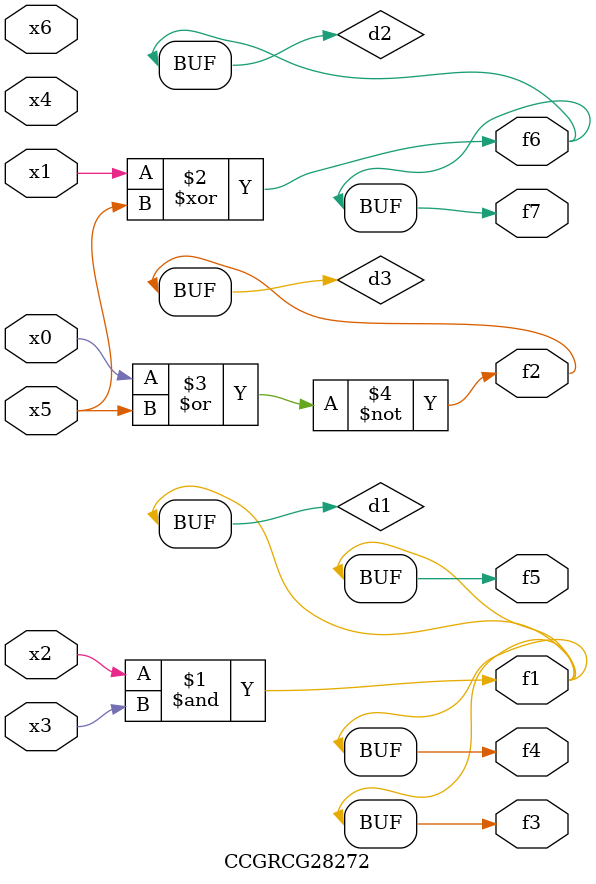
<source format=v>
module CCGRCG28272(
	input x0, x1, x2, x3, x4, x5, x6,
	output f1, f2, f3, f4, f5, f6, f7
);

	wire d1, d2, d3;

	and (d1, x2, x3);
	xor (d2, x1, x5);
	nor (d3, x0, x5);
	assign f1 = d1;
	assign f2 = d3;
	assign f3 = d1;
	assign f4 = d1;
	assign f5 = d1;
	assign f6 = d2;
	assign f7 = d2;
endmodule

</source>
